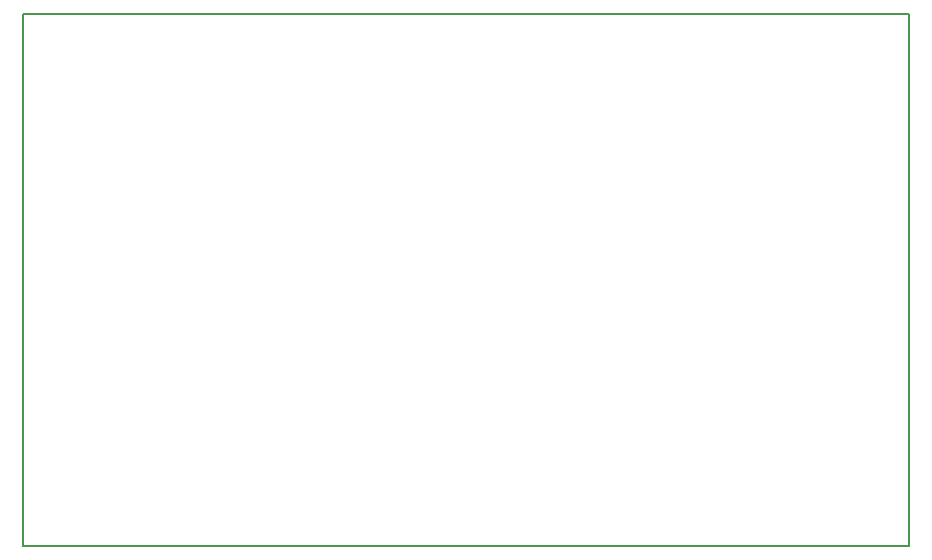
<source format=gm1>
G04 #@! TF.FileFunction,Profile,NP*
%FSLAX46Y46*%
G04 Gerber Fmt 4.6, Leading zero omitted, Abs format (unit mm)*
G04 Created by KiCad (PCBNEW 4.0.7-e2-6376~58~ubuntu16.04.1) date Sat Dec 23 21:02:57 2017*
%MOMM*%
%LPD*%
G01*
G04 APERTURE LIST*
%ADD10C,0.100000*%
%ADD11C,0.150000*%
G04 APERTURE END LIST*
D10*
D11*
X175000000Y-105000000D02*
X175000000Y-150000000D01*
X100000000Y-105000000D02*
X175000000Y-105000000D01*
X100000000Y-150000000D02*
X100000000Y-105000000D01*
X175000000Y-150000000D02*
X100000000Y-150000000D01*
M02*

</source>
